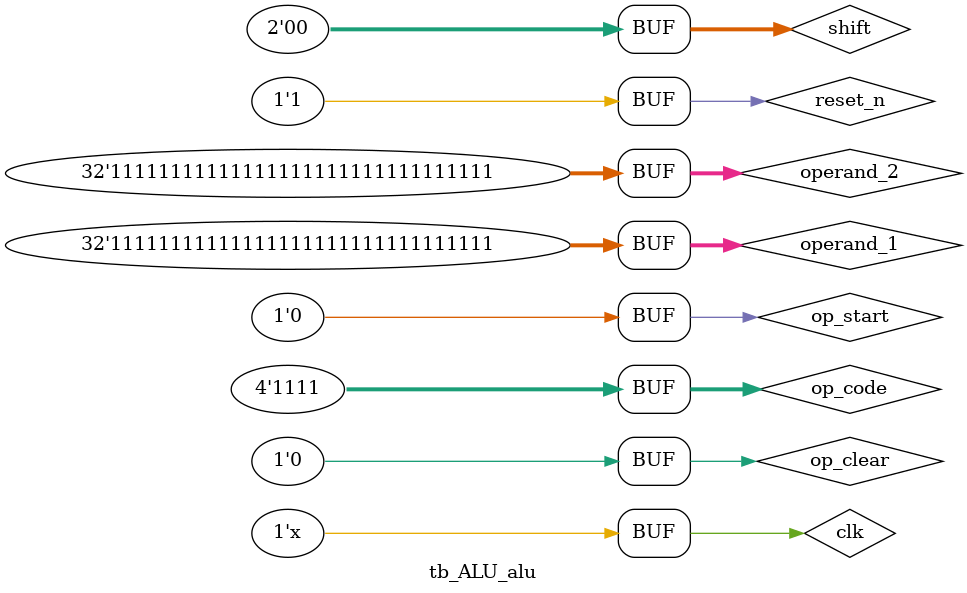
<source format=v>
`timescale 1ns/100ps

module tb_ALU_alu;
	reg clk, reset_n;
	reg[3:0] op_code;
	reg[1:0] shift;
	reg[31:0] operand_1, operand_2;
	reg op_start, op_clear;
	
	wire[31:0] result_2, result_1;
	wire op_done;
	
	ALU_alu ALU_alu_1(clk, reset_n, op_code, shift, operand_1, operand_2, op_start, op_clear, result_2, result_1, op_done);

	always
		begin
			#5; clk = ~clk; //cycle of clk is 10ns
		end
	
	initial
		begin
			#4; clk = 1'b0; reset_n = 1'b1; op_code = 4'b0000; shift = 2'b00;
			operand_1 = -1; operand_2 = -1;
			op_start = 1'b0; op_clear = 1'b0; #10; //set zero
			
			reset_n = 1'b0; #10; reset_n = 1'b1; #10; //resetted
			
			//operand_1 = 10; operand_2 = -10;
			op_code = 4'b0000; op_start = 1'b1; #10; op_start = 1'b0; #10; //0
			
			//operand_1 = 10; operand_2 = -10;
			op_code = 4'b0001; op_start = 1'b1; #10; op_start = 1'b0; #10; //1
			
			//operand_1 = 10; operand_2 = -10;
			op_code = 4'b0010; op_start = 1'b1; #10; op_start = 1'b0; #10; //2
			
			//operand_1 = 10; operand_2 = -10;
			op_code = 4'b0011; op_start = 1'b1; #10; op_start = 1'b0; #10; //3
			
			//operand_1 = 10; operand_2 = -10;
			op_code = 4'b0100; op_start = 1'b1; #10; op_start = 1'b0; #10; //4
			
			//operand_1 = 10; operand_2 = -10;
			op_code = 4'b0101; op_start = 1'b1; #10; op_start = 1'b0; #10; //5
			
			//operand_1 = 10; operand_2 = -10;
			op_code = 4'b0110; op_start = 1'b1; #10; op_start = 1'b0; #10; //6
			
			//operand_1 = 10; operand_2 = -10;
			op_code = 4'b0111; shift = 2'b10; op_start = 1'b1; #10; op_start = 1'b0; shift = 2'b00; #10; //7
			
			//operand_1 = 10; operand_2 = -10;
			op_code = 4'b1000; shift = 2'b10; op_start = 1'b1; #10; op_start = 1'b0; shift = 2'b00; #10; //8
			
			//operand_1 = 10; operand_2 = -10;
			op_code = 4'b1001; shift = 2'b10; op_start = 1'b1; #10; op_start = 1'b0; shift = 2'b00; #10; //9
			
			//operand_1 = 10; operand_2 = -10;
			op_code = 4'b1010; shift = 2'b10; op_start = 1'b1; #10; op_start = 1'b0; shift = 2'b00; #10; //10
			
			//operand_1 = 10; operand_2 = -10;
			op_code = 4'b1011; shift = 2'b10; op_start = 1'b1; #10; op_start = 1'b0; shift = 2'b00; #10; //11
			
			//operand_1 = 10; operand_2 = -10;
			op_code = 4'b1100; shift = 2'b10; op_start = 1'b1; #10; op_start = 1'b0; shift = 2'b00; #10; //12
			
			//operand_1 = 10; operand_2 = -10;
			op_code = 4'b1101; op_start = 1'b1; #10; op_start = 1'b0; #10; //13 
			
			//operand_1 = 10; operand_2 = -10;
			op_code = 4'b1110; op_start = 1'b1; #10; op_start = 1'b0; #10; //14
			
			//operand_1 = 10; operand_2 = -10;
			op_code = 4'b1111; op_clear = 1'b1; #10; op_clear = 1'b0; #10;
			op_start = 1'b1; #10; op_start = 1'b0; #10; //15
			#700; //15
		end
		
	
endmodule 
</source>
